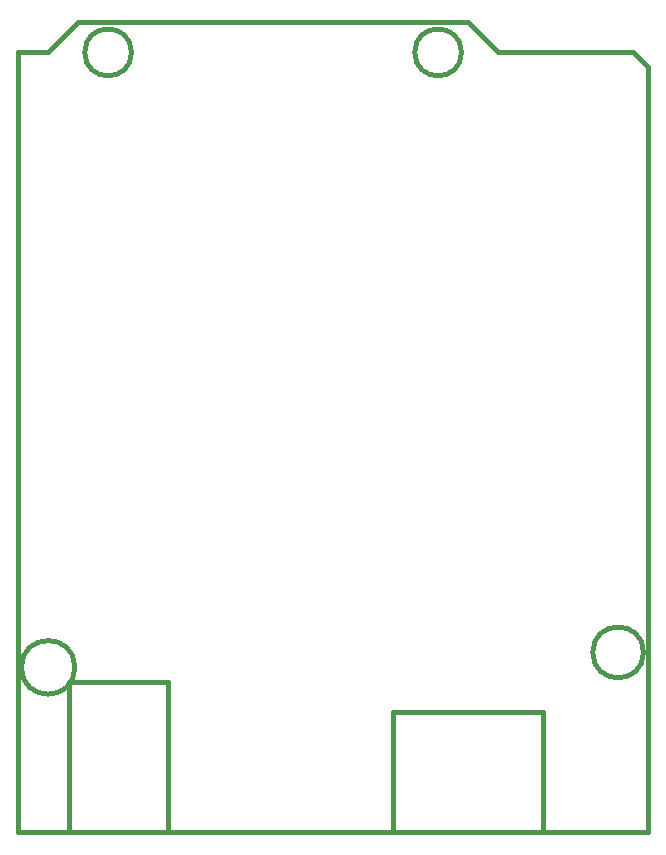
<source format=gbr>
G04 (created by PCBNEW (2013-jul-07)-stable) date Wed 25 Feb 2015 17:07:09 CET*
%MOIN*%
G04 Gerber Fmt 3.4, Leading zero omitted, Abs format*
%FSLAX34Y34*%
G01*
G70*
G90*
G04 APERTURE LIST*
%ADD10C,0.00590551*%
%ADD11C,0.015*%
G04 APERTURE END LIST*
G54D10*
G54D11*
X77750Y-49250D02*
X77750Y-45250D01*
X77750Y-45250D02*
X72750Y-45250D01*
X72750Y-45250D02*
X72750Y-49250D01*
X61950Y-44250D02*
X61950Y-49250D01*
X65250Y-49250D02*
X65250Y-44250D01*
X65250Y-44250D02*
X62050Y-44250D01*
X62144Y-43750D02*
G75*
G03X62144Y-43750I-894J0D01*
G74*
G01*
X81098Y-43250D02*
G75*
G03X81098Y-43250I-848J0D01*
G74*
G01*
X64031Y-23250D02*
G75*
G03X64031Y-23250I-781J0D01*
G74*
G01*
X75031Y-23250D02*
G75*
G03X75031Y-23250I-781J0D01*
G74*
G01*
X76250Y-23250D02*
X80750Y-23250D01*
X80750Y-23250D02*
X81250Y-23750D01*
X81250Y-23750D02*
X81250Y-49250D01*
X60250Y-23250D02*
X60250Y-49250D01*
X60250Y-49250D02*
X81250Y-49250D01*
X76250Y-23250D02*
X75250Y-22250D01*
X75250Y-22250D02*
X62250Y-22250D01*
X62250Y-22250D02*
X61250Y-23250D01*
X61250Y-23250D02*
X60250Y-23250D01*
M02*

</source>
